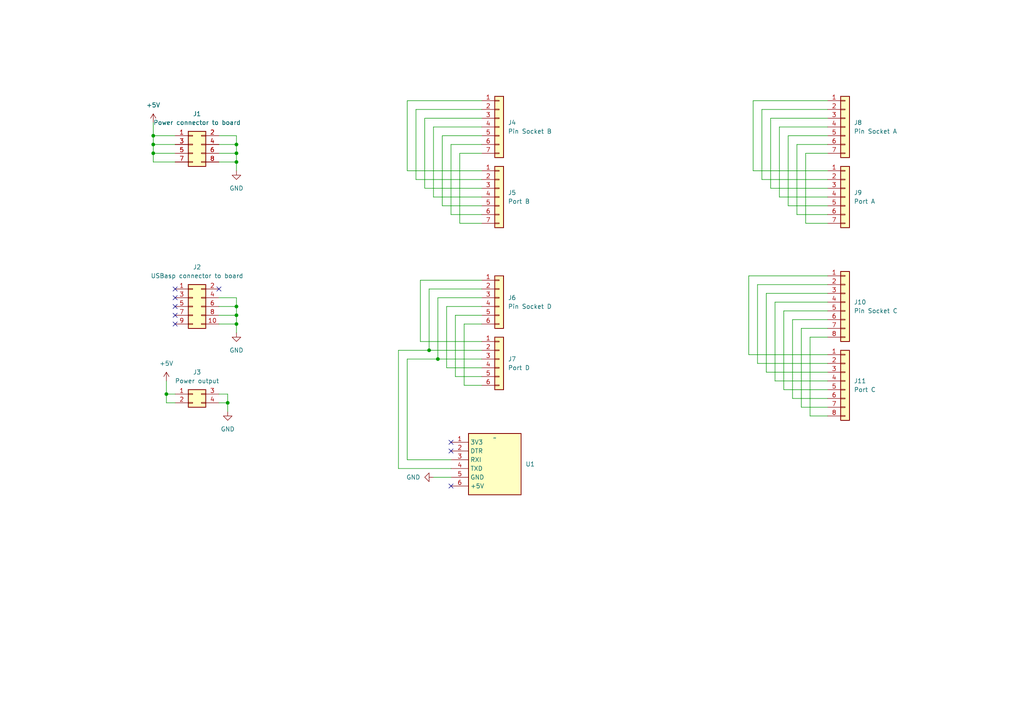
<source format=kicad_sch>
(kicad_sch (version 20230121) (generator eeschema)
  (paper "A4")
  (title_block (title "Serial Boomerang Shield") (date "2024-04-03") (rev "v0.1"))
  (lib_symbols
    (symbol "Connector_Generic:Conn_01x06" (pin_names (offset 1.016) hide)
      (property "Reference" "J" (at 0 7.62 0))
      (property "Value" "Conn_01x06" (at 0 -10.16 0))
      (symbol "Conn_01x06_1_1"
        (rectangle (start -1.27 -7.493) (end 0 -7.747) (stroke (width 0.1524)))
        (rectangle (start -1.27 -4.953) (end 0 -5.207) (stroke (width 0.1524)))
        (rectangle (start -1.27 -2.413) (end 0 -2.667) (stroke (width 0.1524)))
        (rectangle (start -1.27 0.127) (end 0 -0.127) (stroke (width 0.1524)))
        (rectangle (start -1.27 2.667) (end 0 2.413) (stroke (width 0.1524)))
        (rectangle (start -1.27 5.207) (end 0 4.953) (stroke (width 0.1524)))
        (rectangle (start -1.27 6.35) (end 1.27 -8.89) (stroke (width 0.254)) (fill (type background)))
        (pin passive line (at -5.08 5.08 0) (length 3.81) (name "Pin_1") (number "1"))
        (pin passive line (at -5.08 2.54 0) (length 3.81) (name "Pin_2") (number "2"))
        (pin passive line (at -5.08 0 0) (length 3.81) (name "Pin_3") (number "3"))
        (pin passive line (at -5.08 -2.54 0) (length 3.81) (name "Pin_4") (number "4"))
        (pin passive line (at -5.08 -5.08 0) (length 3.81) (name "Pin_5") (number "5"))
        (pin passive line (at -5.08 -7.62 0) (length 3.81) (name "Pin_6") (number "6"))
      )
    )
    (symbol "Connector_Generic:Conn_01x07" (pin_names (offset 1.016) hide)
      (property "Reference" "J" (at 0 10.16 0))
      (property "Value" "Conn_01x07" (at 0 -10.16 0))
      (symbol "Conn_01x07_1_1"
        (rectangle (start -1.27 -7.493) (end 0 -7.747) (stroke (width 0.1524)))
        (rectangle (start -1.27 -4.953) (end 0 -5.207) (stroke (width 0.1524)))
        (rectangle (start -1.27 -2.413) (end 0 -2.667) (stroke (width 0.1524)))
        (rectangle (start -1.27 0.127) (end 0 -0.127) (stroke (width 0.1524)))
        (rectangle (start -1.27 2.667) (end 0 2.413) (stroke (width 0.1524)))
        (rectangle (start -1.27 5.207) (end 0 4.953) (stroke (width 0.1524)))
        (rectangle (start -1.27 7.747) (end 0 7.493) (stroke (width 0.1524)))
        (rectangle (start -1.27 8.89) (end 1.27 -8.89) (stroke (width 0.254)) (fill (type background)))
        (pin passive line (at -5.08 7.62 0) (length 3.81) (name "Pin_1") (number "1"))
        (pin passive line (at -5.08 5.08 0) (length 3.81) (name "Pin_2") (number "2"))
        (pin passive line (at -5.08 2.54 0) (length 3.81) (name "Pin_3") (number "3"))
        (pin passive line (at -5.08 0 0) (length 3.81) (name "Pin_4") (number "4"))
        (pin passive line (at -5.08 -2.54 0) (length 3.81) (name "Pin_5") (number "5"))
        (pin passive line (at -5.08 -5.08 0) (length 3.81) (name "Pin_6") (number "6"))
        (pin passive line (at -5.08 -7.62 0) (length 3.81) (name "Pin_7") (number "7"))
      )
    )
    (symbol "Connector_Generic:Conn_01x08" (pin_names (offset 1.016) hide)
      (property "Reference" "J" (at 0 10.16 0))
      (property "Value" "Conn_01x08" (at 0 -12.7 0))
      (symbol "Conn_01x08_1_1"
        (rectangle (start -1.27 -10.033) (end 0 -10.287) (stroke (width 0.1524)))
        (rectangle (start -1.27 -7.493) (end 0 -7.747) (stroke (width 0.1524)))
        (rectangle (start -1.27 -4.953) (end 0 -5.207) (stroke (width 0.1524)))
        (rectangle (start -1.27 -2.413) (end 0 -2.667) (stroke (width 0.1524)))
        (rectangle (start -1.27 0.127) (end 0 -0.127) (stroke (width 0.1524)))
        (rectangle (start -1.27 2.667) (end 0 2.413) (stroke (width 0.1524)))
        (rectangle (start -1.27 5.207) (end 0 4.953) (stroke (width 0.1524)))
        (rectangle (start -1.27 7.747) (end 0 7.493) (stroke (width 0.1524)))
        (rectangle (start -1.27 8.89) (end 1.27 -11.43) (stroke (width 0.254)) (fill (type background)))
        (pin passive line (at -5.08 7.62 0) (length 3.81) (name "Pin_1") (number "1"))
        (pin passive line (at -5.08 5.08 0) (length 3.81) (name "Pin_2") (number "2"))
        (pin passive line (at -5.08 2.54 0) (length 3.81) (name "Pin_3") (number "3"))
        (pin passive line (at -5.08 0 0) (length 3.81) (name "Pin_4") (number "4"))
        (pin passive line (at -5.08 -2.54 0) (length 3.81) (name "Pin_5") (number "5"))
        (pin passive line (at -5.08 -5.08 0) (length 3.81) (name "Pin_6") (number "6"))
        (pin passive line (at -5.08 -7.62 0) (length 3.81) (name "Pin_7") (number "7"))
        (pin passive line (at -5.08 -10.16 0) (length 3.81) (name "Pin_8") (number "8"))
      )
    )
    (symbol "Connector_Generic:Conn_02x02_Top_Bottom" (pin_names (offset 1.016) hide)
      (property "Reference" "J" (at 1.27 2.54 0))
      (property "Value" "Conn_02x02_Top_Bottom" (at 1.27 -5.08 0))
      (symbol "Conn_02x02_Top_Bottom_1_1"
        (rectangle (start -1.27 -2.413) (end 0 -2.667) (stroke (width 0.1524)))
        (rectangle (start -1.27 0.127) (end 0 -0.127) (stroke (width 0.1524)))
        (rectangle (start -1.27 1.27) (end 3.81 -3.81) (stroke (width 0.254)) (fill (type background)))
        (rectangle (start 3.81 -2.413) (end 2.54 -2.667) (stroke (width 0.1524)))
        (rectangle (start 3.81 0.127) (end 2.54 -0.127) (stroke (width 0.1524)))
        (pin passive line (at -5.08 0 0) (length 3.81) (name "Pin_1") (number "1"))
        (pin passive line (at -5.08 -2.54 0) (length 3.81) (name "Pin_2") (number "2"))
        (pin passive line (at 7.62 0 180) (length 3.81) (name "Pin_3") (number "3"))
        (pin passive line (at 7.62 -2.54 180) (length 3.81) (name "Pin_4") (number "4"))
      )
    )
    (symbol "Connector_Generic:Conn_02x04_Odd_Even" (pin_names (offset 1.016) hide)
      (property "Reference" "J" (at 1.27 5.08 0))
      (property "Value" "Conn_02x04_Odd_Even" (at 1.27 -7.62 0))
      (symbol "Conn_02x04_Odd_Even_1_1"
        (rectangle (start -1.27 -4.953) (end 0 -5.207) (stroke (width 0.1524)))
        (rectangle (start -1.27 -2.413) (end 0 -2.667) (stroke (width 0.1524)))
        (rectangle (start -1.27 0.127) (end 0 -0.127) (stroke (width 0.1524)))
        (rectangle (start -1.27 2.667) (end 0 2.413) (stroke (width 0.1524)))
        (rectangle (start -1.27 3.81) (end 3.81 -6.35) (stroke (width 0.254)) (fill (type background)))
        (rectangle (start 3.81 -4.953) (end 2.54 -5.207) (stroke (width 0.1524)))
        (rectangle (start 3.81 -2.413) (end 2.54 -2.667) (stroke (width 0.1524)))
        (rectangle (start 3.81 0.127) (end 2.54 -0.127) (stroke (width 0.1524)))
        (rectangle (start 3.81 2.667) (end 2.54 2.413) (stroke (width 0.1524)))
        (pin passive line (at -5.08 2.54 0) (length 3.81) (name "Pin_1") (number "1"))
        (pin passive line (at 7.62 2.54 180) (length 3.81) (name "Pin_2") (number "2"))
        (pin passive line (at -5.08 0 0) (length 3.81) (name "Pin_3") (number "3"))
        (pin passive line (at 7.62 0 180) (length 3.81) (name "Pin_4") (number "4"))
        (pin passive line (at -5.08 -2.54 0) (length 3.81) (name "Pin_5") (number "5"))
        (pin passive line (at 7.62 -2.54 180) (length 3.81) (name "Pin_6") (number "6"))
        (pin passive line (at -5.08 -5.08 0) (length 3.81) (name "Pin_7") (number "7"))
        (pin passive line (at 7.62 -5.08 180) (length 3.81) (name "Pin_8") (number "8"))
      )
    )
    (symbol "Connector_Generic:Conn_02x05_Odd_Even" (pin_names (offset 1.016) hide)
      (property "Reference" "J" (at 1.27 7.62 0))
      (property "Value" "Conn_02x05_Odd_Even" (at 1.27 -7.62 0))
      (symbol "Conn_02x05_Odd_Even_1_1"
        (rectangle (start -1.27 -4.953) (end 0 -5.207) (stroke (width 0.1524)))
        (rectangle (start -1.27 -2.413) (end 0 -2.667) (stroke (width 0.1524)))
        (rectangle (start -1.27 0.127) (end 0 -0.127) (stroke (width 0.1524)))
        (rectangle (start -1.27 2.667) (end 0 2.413) (stroke (width 0.1524)))
        (rectangle (start -1.27 5.207) (end 0 4.953) (stroke (width 0.1524)))
        (rectangle (start -1.27 6.35) (end 3.81 -6.35) (stroke (width 0.254)) (fill (type background)))
        (rectangle (start 3.81 -4.953) (end 2.54 -5.207) (stroke (width 0.1524)))
        (rectangle (start 3.81 -2.413) (end 2.54 -2.667) (stroke (width 0.1524)))
        (rectangle (start 3.81 0.127) (end 2.54 -0.127) (stroke (width 0.1524)))
        (rectangle (start 3.81 2.667) (end 2.54 2.413) (stroke (width 0.1524)))
        (rectangle (start 3.81 5.207) (end 2.54 4.953) (stroke (width 0.1524)))
        (pin passive line (at -5.08 5.08 0) (length 3.81) (name "Pin_1") (number "1"))
        (pin passive line (at 7.62 -5.08 180) (length 3.81) (name "Pin_10") (number "10"))
        (pin passive line (at 7.62 5.08 180) (length 3.81) (name "Pin_2") (number "2"))
        (pin passive line (at -5.08 2.54 0) (length 3.81) (name "Pin_3") (number "3"))
        (pin passive line (at 7.62 2.54 180) (length 3.81) (name "Pin_4") (number "4"))
        (pin passive line (at -5.08 0 0) (length 3.81) (name "Pin_5") (number "5"))
        (pin passive line (at 7.62 0 180) (length 3.81) (name "Pin_6") (number "6"))
        (pin passive line (at -5.08 -2.54 0) (length 3.81) (name "Pin_7") (number "7"))
        (pin passive line (at 7.62 -2.54 180) (length 3.81) (name "Pin_8") (number "8"))
        (pin passive line (at -5.08 -5.08 0) (length 3.81) (name "Pin_9") (number "9"))
      )
    )
    (symbol "StockLib:CP2102 Serial Module"
      (property "Reference" "U" (at -6.35 10.16 0))
      (symbol "CP2102 Serial Module_1_0"
        (pin power_in line (at -12.7 6.35 0) (length 5.08) (name "3V3") (number "1"))
        (pin output line (at -12.7 3.81 0) (length 5.08) (name "DTR") (number "2"))
        (pin input line (at -12.7 1.27 0) (length 5.08) (name "RXI") (number "3"))
        (pin output line (at -12.7 -1.27 0) (length 5.08) (name "TXD") (number "4"))
        (pin power_in line (at -12.7 -3.81 0) (length 5.08) (name "GND") (number "5"))
        (pin power_in line (at -12.7 -6.35 0) (length 5.08) (name "+5V") (number "6"))
      )
      (symbol "CP2102 Serial Module_1_1"
        (rectangle (start -7.62 8.89) (end 7.62 -8.89) (stroke (width 0.254)) (fill (type background)))
      )
    )
    (symbol "power:+5V" (power) (pin_names (offset 0))
      (property "Value" "+5V" (at 0 3.556 0))
      (symbol "+5V_0_1"
        (polyline (pts (xy -0.762 1.27) (xy 0 2.54)))
        (polyline (pts (xy 0 0) (xy 0 2.54)))
        (polyline (pts (xy 0 2.54) (xy 0.762 1.27)))
      )
      (symbol "+5V_1_1"
        (pin power_in line (at 0 0 90) (length 0) hide (name "+5V") (number "1"))
      )
    )
    (symbol "power:GND" (power) (pin_names (offset 0))
      (property "Value" "GND" (at 0 -3.81 0))
      (symbol "GND_0_1"
        (polyline (pts (xy 0 0) (xy 0 -1.27) (xy 1.27 -1.27) (xy 0 -2.54) (xy -1.27 -1.27) (xy 0 -1.27)))
      )
      (symbol "GND_1_1"
        (pin power_in line (at 0 0 270) (length 0) hide (name "GND") (number "1"))
      )
    )
  )
  (junction (at 68.58 44.45))
  (junction (at 68.58 93.98))
  (junction (at 44.45 41.91))
  (junction (at 127 104.14))
  (junction (at 124.46 101.6))
  (junction (at 48.26 114.3))
  (junction (at 68.58 46.99))
  (junction (at 68.58 88.9))
  (junction (at 44.45 39.37))
  (junction (at 66.04 116.84))
  (junction (at 68.58 41.91))
  (junction (at 68.58 91.44))
  (junction (at 44.45 44.45))
  (no_connect (at 130.81 140.97))
  (no_connect (at 50.8 93.98))
  (no_connect (at 50.8 83.82))
  (no_connect (at 130.81 128.27))
  (no_connect (at 50.8 88.9))
  (no_connect (at 63.5 83.82))
  (no_connect (at 130.81 130.81))
  (no_connect (at 50.8 91.44))
  (no_connect (at 50.8 86.36))
  (wire (pts (xy 139.7 109.22) (xy 132.08 109.22)))
  (wire (pts (xy 226.06 36.83) (xy 240.03 36.83)))
  (wire (pts (xy 121.92 81.28) (xy 139.7 81.28)))
  (wire (pts (xy 63.5 91.44) (xy 68.58 91.44)))
  (wire (pts (xy 220.98 52.07) (xy 240.03 52.07)))
  (wire (pts (xy 63.5 86.36) (xy 68.58 86.36)))
  (wire (pts (xy 130.81 135.89) (xy 115.57 135.89)))
  (wire (pts (xy 125.73 57.15) (xy 125.73 36.83)))
  (wire (pts (xy 118.11 104.14) (xy 127 104.14)))
  (wire (pts (xy 240.03 113.03) (xy 227.33 113.03)))
  (wire (pts (xy 218.44 49.53) (xy 218.44 29.21)))
  (wire (pts (xy 234.95 97.79) (xy 240.03 97.79)))
  (wire (pts (xy 130.81 62.23) (xy 139.7 62.23)))
  (wire (pts (xy 232.41 118.11) (xy 232.41 95.25)))
  (wire (pts (xy 133.35 64.77) (xy 133.35 44.45)))
  (wire (pts (xy 125.73 138.43) (xy 130.81 138.43)))
  (wire (pts (xy 223.52 34.29) (xy 240.03 34.29)))
  (wire (pts (xy 50.8 116.84) (xy 48.26 116.84)))
  (wire (pts (xy 134.62 111.76) (xy 134.62 93.98)))
  (wire (pts (xy 233.68 44.45) (xy 240.03 44.45)))
  (wire (pts (xy 125.73 57.15) (xy 139.7 57.15)))
  (wire (pts (xy 124.46 83.82) (xy 139.7 83.82)))
  (wire (pts (xy 63.5 88.9) (xy 68.58 88.9)))
  (wire (pts (xy 130.81 41.91) (xy 139.7 41.91)))
  (wire (pts (xy 63.5 116.84) (xy 66.04 116.84)))
  (wire (pts (xy 115.57 135.89) (xy 115.57 101.6)))
  (wire (pts (xy 121.92 99.06) (xy 121.92 81.28)))
  (wire (pts (xy 240.03 115.57) (xy 229.87 115.57)))
  (wire (pts (xy 224.79 87.63) (xy 240.03 87.63)))
  (wire (pts (xy 44.45 39.37) (xy 44.45 41.91)))
  (wire (pts (xy 68.58 41.91) (xy 68.58 44.45)))
  (wire (pts (xy 63.5 93.98) (xy 68.58 93.98)))
  (wire (pts (xy 139.7 111.76) (xy 134.62 111.76)))
  (wire (pts (xy 120.65 31.75) (xy 139.7 31.75)))
  (wire (pts (xy 48.26 114.3) (xy 48.26 110.49)))
  (wire (pts (xy 123.19 54.61) (xy 123.19 34.29)))
  (wire (pts (xy 220.98 31.75) (xy 240.03 31.75)))
  (wire (pts (xy 44.45 41.91) (xy 50.8 41.91)))
  (wire (pts (xy 240.03 110.49) (xy 224.79 110.49)))
  (wire (pts (xy 128.27 39.37) (xy 139.7 39.37)))
  (wire (pts (xy 227.33 90.17) (xy 240.03 90.17)))
  (wire (pts (xy 231.14 62.23) (xy 240.03 62.23)))
  (wire (pts (xy 120.65 52.07) (xy 139.7 52.07)))
  (wire (pts (xy 125.73 36.83) (xy 139.7 36.83)))
  (wire (pts (xy 229.87 92.71) (xy 240.03 92.71)))
  (wire (pts (xy 226.06 57.15) (xy 240.03 57.15)))
  (wire (pts (xy 226.06 57.15) (xy 226.06 36.83)))
  (wire (pts (xy 44.45 35.56) (xy 44.45 39.37)))
  (wire (pts (xy 44.45 46.99) (xy 50.8 46.99)))
  (wire (pts (xy 218.44 29.21) (xy 240.03 29.21)))
  (wire (pts (xy 139.7 104.14) (xy 127 104.14)))
  (wire (pts (xy 44.45 44.45) (xy 50.8 44.45)))
  (wire (pts (xy 44.45 41.91) (xy 44.45 44.45)))
  (wire (pts (xy 240.03 107.95) (xy 222.25 107.95)))
  (wire (pts (xy 134.62 93.98) (xy 139.7 93.98)))
  (wire (pts (xy 223.52 54.61) (xy 223.52 34.29)))
  (wire (pts (xy 219.71 82.55) (xy 240.03 82.55)))
  (wire (pts (xy 120.65 52.07) (xy 120.65 31.75)))
  (wire (pts (xy 240.03 105.41) (xy 219.71 105.41)))
  (wire (pts (xy 118.11 49.53) (xy 118.11 29.21)))
  (wire (pts (xy 139.7 106.68) (xy 129.54 106.68)))
  (wire (pts (xy 44.45 44.45) (xy 44.45 46.99)))
  (wire (pts (xy 234.95 120.65) (xy 234.95 97.79)))
  (wire (pts (xy 118.11 133.35) (xy 118.11 104.14)))
  (wire (pts (xy 68.58 93.98) (xy 68.58 96.52)))
  (wire (pts (xy 233.68 64.77) (xy 240.03 64.77)))
  (wire (pts (xy 132.08 91.44) (xy 139.7 91.44)))
  (wire (pts (xy 63.5 39.37) (xy 68.58 39.37)))
  (wire (pts (xy 66.04 114.3) (xy 66.04 116.84)))
  (wire (pts (xy 240.03 118.11) (xy 232.41 118.11)))
  (wire (pts (xy 240.03 120.65) (xy 234.95 120.65)))
  (wire (pts (xy 218.44 49.53) (xy 240.03 49.53)))
  (wire (pts (xy 231.14 41.91) (xy 240.03 41.91)))
  (wire (pts (xy 130.81 62.23) (xy 130.81 41.91)))
  (wire (pts (xy 66.04 116.84) (xy 66.04 119.38)))
  (wire (pts (xy 217.17 80.01) (xy 240.03 80.01)))
  (wire (pts (xy 124.46 101.6) (xy 124.46 83.82)))
  (wire (pts (xy 130.81 133.35) (xy 118.11 133.35)))
  (wire (pts (xy 217.17 102.87) (xy 217.17 80.01)))
  (wire (pts (xy 44.45 39.37) (xy 50.8 39.37)))
  (wire (pts (xy 227.33 113.03) (xy 227.33 90.17)))
  (wire (pts (xy 123.19 34.29) (xy 139.7 34.29)))
  (wire (pts (xy 224.79 110.49) (xy 224.79 87.63)))
  (wire (pts (xy 118.11 49.53) (xy 139.7 49.53)))
  (wire (pts (xy 68.58 91.44) (xy 68.58 93.98)))
  (wire (pts (xy 223.52 54.61) (xy 240.03 54.61)))
  (wire (pts (xy 133.35 64.77) (xy 139.7 64.77)))
  (wire (pts (xy 68.58 46.99) (xy 68.58 49.53)))
  (wire (pts (xy 63.5 46.99) (xy 68.58 46.99)))
  (wire (pts (xy 232.41 95.25) (xy 240.03 95.25)))
  (wire (pts (xy 128.27 59.69) (xy 128.27 39.37)))
  (wire (pts (xy 233.68 64.77) (xy 233.68 44.45)))
  (wire (pts (xy 222.25 107.95) (xy 222.25 85.09)))
  (wire (pts (xy 139.7 101.6) (xy 124.46 101.6)))
  (wire (pts (xy 68.58 44.45) (xy 68.58 46.99)))
  (wire (pts (xy 128.27 59.69) (xy 139.7 59.69)))
  (wire (pts (xy 50.8 114.3) (xy 48.26 114.3)))
  (wire (pts (xy 68.58 86.36) (xy 68.58 88.9)))
  (wire (pts (xy 133.35 44.45) (xy 139.7 44.45)))
  (wire (pts (xy 129.54 88.9) (xy 139.7 88.9)))
  (wire (pts (xy 63.5 44.45) (xy 68.58 44.45)))
  (wire (pts (xy 231.14 62.23) (xy 231.14 41.91)))
  (wire (pts (xy 228.6 39.37) (xy 240.03 39.37)))
  (wire (pts (xy 240.03 102.87) (xy 217.17 102.87)))
  (wire (pts (xy 229.87 115.57) (xy 229.87 92.71)))
  (wire (pts (xy 115.57 101.6) (xy 124.46 101.6)))
  (wire (pts (xy 132.08 109.22) (xy 132.08 91.44)))
  (wire (pts (xy 228.6 59.69) (xy 240.03 59.69)))
  (wire (pts (xy 228.6 59.69) (xy 228.6 39.37)))
  (wire (pts (xy 127 86.36) (xy 139.7 86.36)))
  (wire (pts (xy 222.25 85.09) (xy 240.03 85.09)))
  (wire (pts (xy 139.7 99.06) (xy 121.92 99.06)))
  (wire (pts (xy 48.26 116.84) (xy 48.26 114.3)))
  (wire (pts (xy 220.98 52.07) (xy 220.98 31.75)))
  (wire (pts (xy 129.54 106.68) (xy 129.54 88.9)))
  (wire (pts (xy 63.5 114.3) (xy 66.04 114.3)))
  (wire (pts (xy 123.19 54.61) (xy 139.7 54.61)))
  (wire (pts (xy 219.71 105.41) (xy 219.71 82.55)))
  (wire (pts (xy 118.11 29.21) (xy 139.7 29.21)))
  (wire (pts (xy 68.58 88.9) (xy 68.58 91.44)))
  (wire (pts (xy 127 104.14) (xy 127 86.36)))
  (wire (pts (xy 63.5 41.91) (xy 68.58 41.91)))
  (wire (pts (xy 68.58 39.37) (xy 68.58 41.91)))
  (symbol (lib_id "Connector_Generic:Conn_01x07") (at 144.78 57.15 0) (unit 1)
    (property "Reference" "J5" (at 147.32 55.88 0) (effects (justify left)))
    (property "Value" "Port B" (at 147.32 58.42 0) (effects (justify left)))
    (property "Footprint" "Connector_PinHeader_2.54mm:PinHeader_1x07_P2.54mm_Vertical" (effects hide))
  )
  (symbol (lib_id "power:GND") (at 68.58 96.52 0) (unit 1)
    (property "Reference" "#PWR05" (effects hide))
    (property "Value" "GND" (at 68.58 101.6 0))
  )
  (symbol (lib_id "power:GND") (at 68.58 49.53 0) (unit 1)
    (property "Reference" "#PWR04" (effects hide))
    (property "Value" "GND" (at 68.58 54.61 0))
  )
  (symbol (lib_id "power:+5V") (at 48.26 110.49 0) (unit 1)
    (property "Reference" "#PWR02" (effects hide))
    (property "Value" "+5V" (at 48.26 105.41 0))
  )
  (symbol (lib_id "power:+5V") (at 44.45 35.56 0) (unit 1)
    (property "Reference" "#PWR01" (effects hide))
    (property "Value" "+5V" (at 44.45 30.48 0))
  )
  (symbol (lib_id "Connector_Generic:Conn_02x02_Top_Bottom") (at 55.88 114.3 0) (unit 1)
    (property "Reference" "J3" (at 57.15 107.95 0))
    (property "Value" "Power output" (at 57.15 110.49 0))
    (property "Footprint" "Connector_PinSocket_2.54mm:PinSocket_2x02_P2.54mm_Vertical" (effects hide))
  )
  (symbol (lib_id "Connector_Generic:Conn_02x04_Odd_Even") (at 55.88 41.91 0) (unit 1)
    (property "Reference" "J1" (at 57.15 33.02 0))
    (property "Value" "Power connector to board" (at 57.15 35.56 0))
    (property "Footprint" "Connector_PinHeader_2.54mm:PinHeader_2x04_P2.54mm_Vertical" (effects hide))
  )
  (symbol (lib_id "Connector_Generic:Conn_01x07") (at 245.11 57.15 0) (unit 1)
    (property "Reference" "J9" (at 247.65 55.88 0) (effects (justify left)))
    (property "Value" "Port A" (at 247.65 58.42 0) (effects (justify left)))
    (property "Footprint" "Connector_PinHeader_2.54mm:PinHeader_1x07_P2.54mm_Vertical" (effects hide))
  )
  (symbol (lib_id "Connector_Generic:Conn_01x06") (at 144.78 104.14 0) (unit 1)
    (property "Reference" "J7" (at 147.32 104.14 0) (effects (justify left)))
    (property "Value" "Port D" (at 147.32 106.68 0) (effects (justify left)))
    (property "Footprint" "Connector_PinHeader_2.54mm:PinHeader_1x06_P2.54mm_Vertical" (effects hide))
  )
  (symbol (lib_id "Connector_Generic:Conn_01x07") (at 245.11 36.83 0) (unit 1)
    (property "Reference" "J8" (at 247.65 35.56 0) (effects (justify left)))
    (property "Value" "Pin Socket A" (at 247.65 38.1 0) (effects (justify left)))
    (property "Footprint" "Connector_PinSocket_2.54mm:PinSocket_1x07_P2.54mm_Vertical" (effects hide))
  )
  (symbol (lib_id "power:GND") (at 66.04 119.38 0) (unit 1)
    (property "Reference" "#PWR03" (effects hide))
    (property "Value" "GND" (at 66.04 124.46 0))
  )
  (symbol (lib_id "StockLib:CP2102 Serial Module") (at 143.51 134.62 0) (unit 1)
    (property "Reference" "U1" (at 152.4 134.62 0) (effects (justify left)))
    (property "Value" "~" (at 143.51 127 0))
    (property "Footprint" "StockLib:CP2102 Serial Module" (effects hide))
  )
  (symbol (lib_id "Connector_Generic:Conn_01x06") (at 144.78 86.36 0) (unit 1)
    (property "Reference" "J6" (at 147.32 86.36 0) (effects (justify left)))
    (property "Value" "Pin Socket D" (at 147.32 88.9 0) (effects (justify left)))
    (property "Footprint" "Connector_PinSocket_2.54mm:PinSocket_1x06_P2.54mm_Vertical" (effects hide))
  )
  (symbol (lib_id "power:GND") (at 125.73 138.43 270) (unit 1)
    (property "Reference" "#PWR06" (effects hide))
    (property "Value" "GND" (at 121.92 138.43 90) (effects (justify right)))
  )
  (symbol (lib_id "Connector_Generic:Conn_02x05_Odd_Even") (at 55.88 88.9 0) (unit 1)
    (property "Reference" "J2" (at 57.15 77.47 0))
    (property "Value" "USBasp connector to board" (at 57.15 80.01 0))
    (property "Footprint" "Connector_PinHeader_2.54mm:PinHeader_2x05_P2.54mm_Vertical" (effects hide))
  )
  (symbol (lib_id "Connector_Generic:Conn_01x08") (at 245.11 110.49 0) (unit 1)
    (property "Reference" "J11" (at 247.65 110.49 0) (effects (justify left)))
    (property "Value" "Port C" (at 247.65 113.03 0) (effects (justify left)))
    (property "Footprint" "Connector_PinHeader_2.54mm:PinHeader_1x08_P2.54mm_Vertical" (effects hide))
  )
  (symbol (lib_id "Connector_Generic:Conn_01x08") (at 245.11 87.63 0) (unit 1)
    (property "Reference" "J10" (at 247.65 87.63 0) (effects (justify left)))
    (property "Value" "Pin Socket C" (at 247.65 90.17 0) (effects (justify left)))
    (property "Footprint" "Connector_PinSocket_2.54mm:PinSocket_1x08_P2.54mm_Vertical" (effects hide))
  )
  (symbol (lib_id "Connector_Generic:Conn_01x07") (at 144.78 36.83 0) (unit 1)
    (property "Reference" "J4" (at 147.32 35.56 0) (effects (justify left)))
    (property "Value" "Pin Socket B" (at 147.32 38.1 0) (effects (justify left)))
    (property "Footprint" "Connector_PinSocket_2.54mm:PinSocket_1x07_P2.54mm_Vertical" (effects hide))
  )
)
</source>
